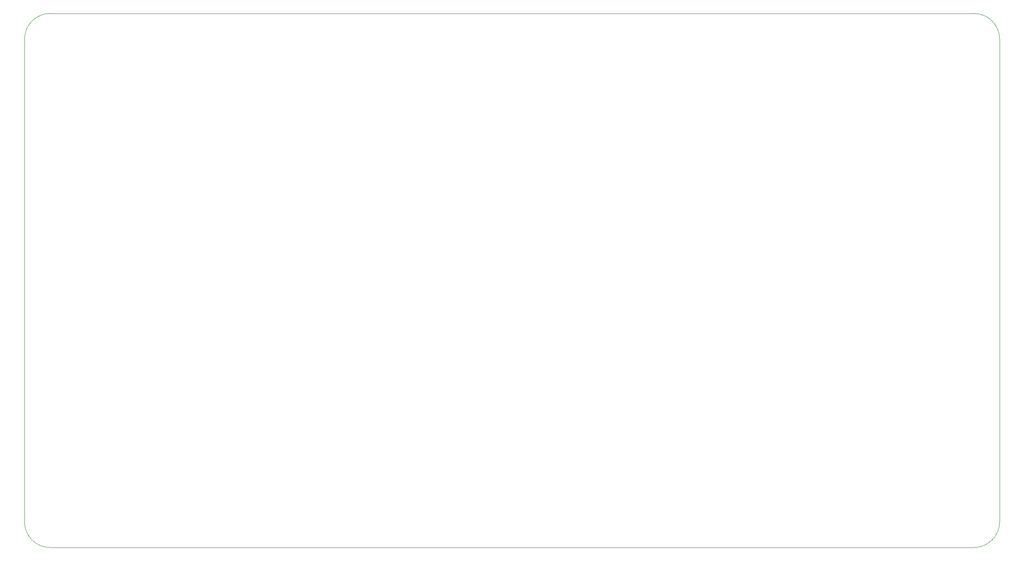
<source format=gbr>
%TF.GenerationSoftware,KiCad,Pcbnew,8.0.8*%
%TF.CreationDate,2025-03-07T15:20:17-08:00*%
%TF.ProjectId,reference-pcb,72656665-7265-46e6-9365-2d7063622e6b,rev?*%
%TF.SameCoordinates,Original*%
%TF.FileFunction,Profile,NP*%
%FSLAX46Y46*%
G04 Gerber Fmt 4.6, Leading zero omitted, Abs format (unit mm)*
G04 Created by KiCad (PCBNEW 8.0.8) date 2025-03-07 15:20:17*
%MOMM*%
%LPD*%
G01*
G04 APERTURE LIST*
%TA.AperFunction,Profile*%
%ADD10C,0.050000*%
%TD*%
G04 APERTURE END LIST*
D10*
X263870000Y-136670000D02*
G75*
G02*
X258870000Y-141670000I-5000000J0D01*
G01*
X258870000Y-37930000D02*
G75*
G02*
X263870000Y-42930000I0J-5000000D01*
G01*
X79480000Y-141670000D02*
G75*
G02*
X74480000Y-136670000I0J5000000D01*
G01*
X74480000Y-42930000D02*
G75*
G02*
X79480000Y-37930000I5000000J0D01*
G01*
X258870000Y-141670000D02*
X79480000Y-141670000D01*
X263870000Y-42930000D02*
X263870000Y-136670000D01*
X79480000Y-37930000D02*
X258870000Y-37930000D01*
X74480000Y-136670000D02*
X74480000Y-42930000D01*
M02*

</source>
